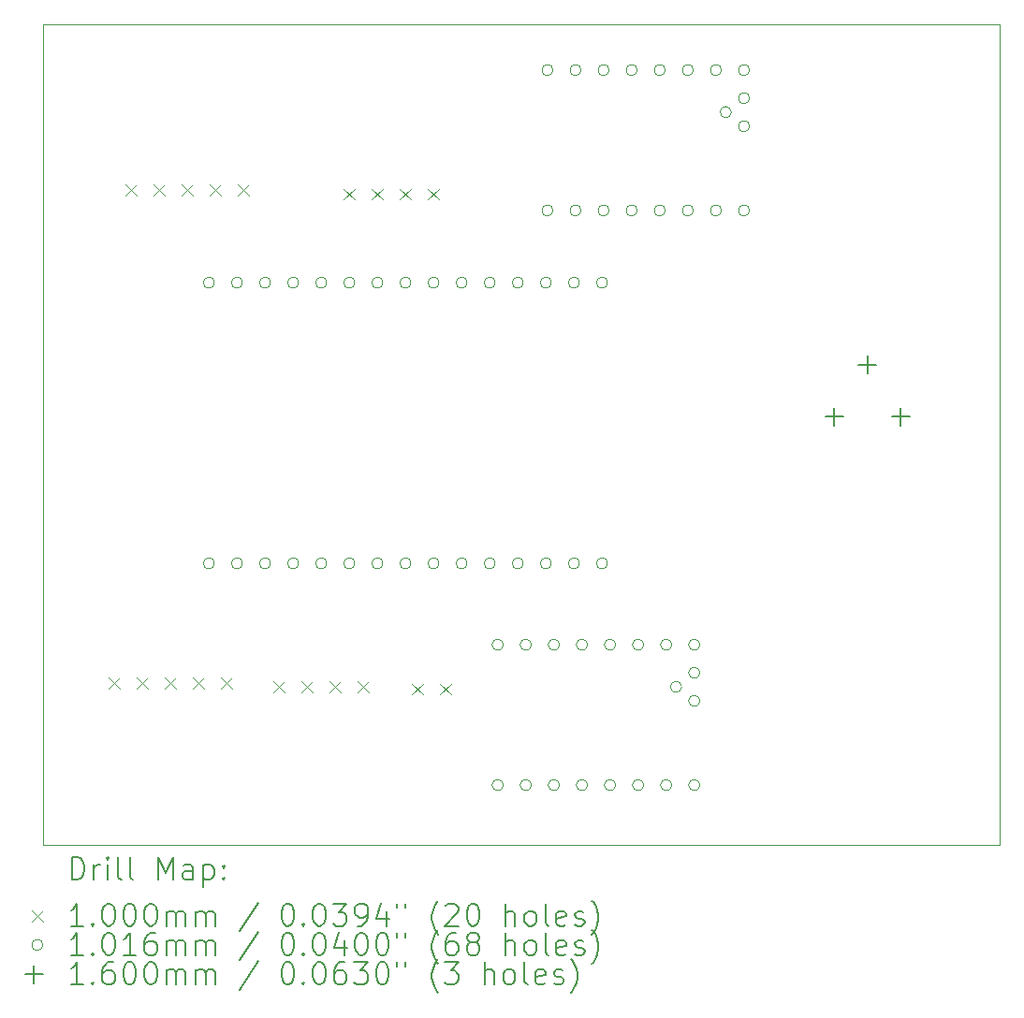
<source format=gbr>
%TF.GenerationSoftware,KiCad,Pcbnew,8.0.8-8.0.8-0~ubuntu20.04.1*%
%TF.CreationDate,2025-01-23T22:30:17-05:00*%
%TF.ProjectId,sub_pcb,7375625f-7063-4622-9e6b-696361645f70,rev?*%
%TF.SameCoordinates,Original*%
%TF.FileFunction,Drillmap*%
%TF.FilePolarity,Positive*%
%FSLAX45Y45*%
G04 Gerber Fmt 4.5, Leading zero omitted, Abs format (unit mm)*
G04 Created by KiCad (PCBNEW 8.0.8-8.0.8-0~ubuntu20.04.1) date 2025-01-23 22:30:17*
%MOMM*%
%LPD*%
G01*
G04 APERTURE LIST*
%ADD10C,0.050000*%
%ADD11C,0.200000*%
%ADD12C,0.100000*%
%ADD13C,0.101600*%
%ADD14C,0.160000*%
G04 APERTURE END LIST*
D10*
X7950000Y-2700000D02*
X8200000Y-2700000D01*
X7950000Y-10125000D02*
X7950000Y-2700000D01*
X16600000Y-10125000D02*
X7950000Y-10125000D01*
X16600000Y-2700000D02*
X16600000Y-10125000D01*
X8200000Y-2700000D02*
X16600000Y-2700000D01*
D11*
D12*
X8541500Y-8612500D02*
X8641500Y-8712500D01*
X8641500Y-8612500D02*
X8541500Y-8712500D01*
X8696000Y-4150000D02*
X8796000Y-4250000D01*
X8796000Y-4150000D02*
X8696000Y-4250000D01*
X8795500Y-8612500D02*
X8895500Y-8712500D01*
X8895500Y-8612500D02*
X8795500Y-8712500D01*
X8950000Y-4150000D02*
X9050000Y-4250000D01*
X9050000Y-4150000D02*
X8950000Y-4250000D01*
X9049500Y-8612500D02*
X9149500Y-8712500D01*
X9149500Y-8612500D02*
X9049500Y-8712500D01*
X9204000Y-4150000D02*
X9304000Y-4250000D01*
X9304000Y-4150000D02*
X9204000Y-4250000D01*
X9303500Y-8612500D02*
X9403500Y-8712500D01*
X9403500Y-8612500D02*
X9303500Y-8712500D01*
X9458000Y-4150000D02*
X9558000Y-4250000D01*
X9558000Y-4150000D02*
X9458000Y-4250000D01*
X9557500Y-8612500D02*
X9657500Y-8712500D01*
X9657500Y-8612500D02*
X9557500Y-8712500D01*
X9712000Y-4150000D02*
X9812000Y-4250000D01*
X9812000Y-4150000D02*
X9712000Y-4250000D01*
X10035000Y-8644500D02*
X10135000Y-8744500D01*
X10135000Y-8644500D02*
X10035000Y-8744500D01*
X10289000Y-8644500D02*
X10389000Y-8744500D01*
X10389000Y-8644500D02*
X10289000Y-8744500D01*
X10543000Y-8644500D02*
X10643000Y-8744500D01*
X10643000Y-8644500D02*
X10543000Y-8744500D01*
X10670000Y-4187500D02*
X10770000Y-4287500D01*
X10770000Y-4187500D02*
X10670000Y-4287500D01*
X10797000Y-8644500D02*
X10897000Y-8744500D01*
X10897000Y-8644500D02*
X10797000Y-8744500D01*
X10924000Y-4187500D02*
X11024000Y-4287500D01*
X11024000Y-4187500D02*
X10924000Y-4287500D01*
X11178000Y-4187500D02*
X11278000Y-4287500D01*
X11278000Y-4187500D02*
X11178000Y-4287500D01*
X11285000Y-8667000D02*
X11385000Y-8767000D01*
X11385000Y-8667000D02*
X11285000Y-8767000D01*
X11432000Y-4187500D02*
X11532000Y-4287500D01*
X11532000Y-4187500D02*
X11432000Y-4287500D01*
X11539000Y-8667000D02*
X11639000Y-8767000D01*
X11639000Y-8667000D02*
X11539000Y-8767000D01*
D13*
X9499000Y-5038700D02*
G75*
G02*
X9397400Y-5038700I-50800J0D01*
G01*
X9397400Y-5038700D02*
G75*
G02*
X9499000Y-5038700I50800J0D01*
G01*
X9499000Y-7578700D02*
G75*
G02*
X9397400Y-7578700I-50800J0D01*
G01*
X9397400Y-7578700D02*
G75*
G02*
X9499000Y-7578700I50800J0D01*
G01*
X9753000Y-5038700D02*
G75*
G02*
X9651400Y-5038700I-50800J0D01*
G01*
X9651400Y-5038700D02*
G75*
G02*
X9753000Y-5038700I50800J0D01*
G01*
X9753000Y-7578700D02*
G75*
G02*
X9651400Y-7578700I-50800J0D01*
G01*
X9651400Y-7578700D02*
G75*
G02*
X9753000Y-7578700I50800J0D01*
G01*
X10007000Y-5038700D02*
G75*
G02*
X9905400Y-5038700I-50800J0D01*
G01*
X9905400Y-5038700D02*
G75*
G02*
X10007000Y-5038700I50800J0D01*
G01*
X10007000Y-7578700D02*
G75*
G02*
X9905400Y-7578700I-50800J0D01*
G01*
X9905400Y-7578700D02*
G75*
G02*
X10007000Y-7578700I50800J0D01*
G01*
X10261000Y-5038700D02*
G75*
G02*
X10159400Y-5038700I-50800J0D01*
G01*
X10159400Y-5038700D02*
G75*
G02*
X10261000Y-5038700I50800J0D01*
G01*
X10261000Y-7578700D02*
G75*
G02*
X10159400Y-7578700I-50800J0D01*
G01*
X10159400Y-7578700D02*
G75*
G02*
X10261000Y-7578700I50800J0D01*
G01*
X10515000Y-5038700D02*
G75*
G02*
X10413400Y-5038700I-50800J0D01*
G01*
X10413400Y-5038700D02*
G75*
G02*
X10515000Y-5038700I50800J0D01*
G01*
X10515000Y-7578700D02*
G75*
G02*
X10413400Y-7578700I-50800J0D01*
G01*
X10413400Y-7578700D02*
G75*
G02*
X10515000Y-7578700I50800J0D01*
G01*
X10769000Y-5038700D02*
G75*
G02*
X10667400Y-5038700I-50800J0D01*
G01*
X10667400Y-5038700D02*
G75*
G02*
X10769000Y-5038700I50800J0D01*
G01*
X10769000Y-7578700D02*
G75*
G02*
X10667400Y-7578700I-50800J0D01*
G01*
X10667400Y-7578700D02*
G75*
G02*
X10769000Y-7578700I50800J0D01*
G01*
X11023000Y-5038700D02*
G75*
G02*
X10921400Y-5038700I-50800J0D01*
G01*
X10921400Y-5038700D02*
G75*
G02*
X11023000Y-5038700I50800J0D01*
G01*
X11023000Y-7578700D02*
G75*
G02*
X10921400Y-7578700I-50800J0D01*
G01*
X10921400Y-7578700D02*
G75*
G02*
X11023000Y-7578700I50800J0D01*
G01*
X11277000Y-5038700D02*
G75*
G02*
X11175400Y-5038700I-50800J0D01*
G01*
X11175400Y-5038700D02*
G75*
G02*
X11277000Y-5038700I50800J0D01*
G01*
X11277000Y-7578700D02*
G75*
G02*
X11175400Y-7578700I-50800J0D01*
G01*
X11175400Y-7578700D02*
G75*
G02*
X11277000Y-7578700I50800J0D01*
G01*
X11531000Y-5038700D02*
G75*
G02*
X11429400Y-5038700I-50800J0D01*
G01*
X11429400Y-5038700D02*
G75*
G02*
X11531000Y-5038700I50800J0D01*
G01*
X11531000Y-7578700D02*
G75*
G02*
X11429400Y-7578700I-50800J0D01*
G01*
X11429400Y-7578700D02*
G75*
G02*
X11531000Y-7578700I50800J0D01*
G01*
X11785000Y-5038700D02*
G75*
G02*
X11683400Y-5038700I-50800J0D01*
G01*
X11683400Y-5038700D02*
G75*
G02*
X11785000Y-5038700I50800J0D01*
G01*
X11785000Y-7578700D02*
G75*
G02*
X11683400Y-7578700I-50800J0D01*
G01*
X11683400Y-7578700D02*
G75*
G02*
X11785000Y-7578700I50800J0D01*
G01*
X12039000Y-5038700D02*
G75*
G02*
X11937400Y-5038700I-50800J0D01*
G01*
X11937400Y-5038700D02*
G75*
G02*
X12039000Y-5038700I50800J0D01*
G01*
X12039000Y-7578700D02*
G75*
G02*
X11937400Y-7578700I-50800J0D01*
G01*
X11937400Y-7578700D02*
G75*
G02*
X12039000Y-7578700I50800J0D01*
G01*
X12111800Y-8315000D02*
G75*
G02*
X12010200Y-8315000I-50800J0D01*
G01*
X12010200Y-8315000D02*
G75*
G02*
X12111800Y-8315000I50800J0D01*
G01*
X12111800Y-9585000D02*
G75*
G02*
X12010200Y-9585000I-50800J0D01*
G01*
X12010200Y-9585000D02*
G75*
G02*
X12111800Y-9585000I50800J0D01*
G01*
X12293000Y-5038700D02*
G75*
G02*
X12191400Y-5038700I-50800J0D01*
G01*
X12191400Y-5038700D02*
G75*
G02*
X12293000Y-5038700I50800J0D01*
G01*
X12293000Y-7578700D02*
G75*
G02*
X12191400Y-7578700I-50800J0D01*
G01*
X12191400Y-7578700D02*
G75*
G02*
X12293000Y-7578700I50800J0D01*
G01*
X12365800Y-8315000D02*
G75*
G02*
X12264200Y-8315000I-50800J0D01*
G01*
X12264200Y-8315000D02*
G75*
G02*
X12365800Y-8315000I50800J0D01*
G01*
X12365800Y-9585000D02*
G75*
G02*
X12264200Y-9585000I-50800J0D01*
G01*
X12264200Y-9585000D02*
G75*
G02*
X12365800Y-9585000I50800J0D01*
G01*
X12547000Y-5038700D02*
G75*
G02*
X12445400Y-5038700I-50800J0D01*
G01*
X12445400Y-5038700D02*
G75*
G02*
X12547000Y-5038700I50800J0D01*
G01*
X12547000Y-7578700D02*
G75*
G02*
X12445400Y-7578700I-50800J0D01*
G01*
X12445400Y-7578700D02*
G75*
G02*
X12547000Y-7578700I50800J0D01*
G01*
X12561800Y-3115000D02*
G75*
G02*
X12460200Y-3115000I-50800J0D01*
G01*
X12460200Y-3115000D02*
G75*
G02*
X12561800Y-3115000I50800J0D01*
G01*
X12561800Y-4385000D02*
G75*
G02*
X12460200Y-4385000I-50800J0D01*
G01*
X12460200Y-4385000D02*
G75*
G02*
X12561800Y-4385000I50800J0D01*
G01*
X12619800Y-8315000D02*
G75*
G02*
X12518200Y-8315000I-50800J0D01*
G01*
X12518200Y-8315000D02*
G75*
G02*
X12619800Y-8315000I50800J0D01*
G01*
X12619800Y-9585000D02*
G75*
G02*
X12518200Y-9585000I-50800J0D01*
G01*
X12518200Y-9585000D02*
G75*
G02*
X12619800Y-9585000I50800J0D01*
G01*
X12801000Y-5038700D02*
G75*
G02*
X12699400Y-5038700I-50800J0D01*
G01*
X12699400Y-5038700D02*
G75*
G02*
X12801000Y-5038700I50800J0D01*
G01*
X12801000Y-7578700D02*
G75*
G02*
X12699400Y-7578700I-50800J0D01*
G01*
X12699400Y-7578700D02*
G75*
G02*
X12801000Y-7578700I50800J0D01*
G01*
X12815800Y-3115000D02*
G75*
G02*
X12714200Y-3115000I-50800J0D01*
G01*
X12714200Y-3115000D02*
G75*
G02*
X12815800Y-3115000I50800J0D01*
G01*
X12815800Y-4385000D02*
G75*
G02*
X12714200Y-4385000I-50800J0D01*
G01*
X12714200Y-4385000D02*
G75*
G02*
X12815800Y-4385000I50800J0D01*
G01*
X12873800Y-8315000D02*
G75*
G02*
X12772200Y-8315000I-50800J0D01*
G01*
X12772200Y-8315000D02*
G75*
G02*
X12873800Y-8315000I50800J0D01*
G01*
X12873800Y-9585000D02*
G75*
G02*
X12772200Y-9585000I-50800J0D01*
G01*
X12772200Y-9585000D02*
G75*
G02*
X12873800Y-9585000I50800J0D01*
G01*
X13055000Y-5038700D02*
G75*
G02*
X12953400Y-5038700I-50800J0D01*
G01*
X12953400Y-5038700D02*
G75*
G02*
X13055000Y-5038700I50800J0D01*
G01*
X13055000Y-7578700D02*
G75*
G02*
X12953400Y-7578700I-50800J0D01*
G01*
X12953400Y-7578700D02*
G75*
G02*
X13055000Y-7578700I50800J0D01*
G01*
X13069800Y-3115000D02*
G75*
G02*
X12968200Y-3115000I-50800J0D01*
G01*
X12968200Y-3115000D02*
G75*
G02*
X13069800Y-3115000I50800J0D01*
G01*
X13069800Y-4385000D02*
G75*
G02*
X12968200Y-4385000I-50800J0D01*
G01*
X12968200Y-4385000D02*
G75*
G02*
X13069800Y-4385000I50800J0D01*
G01*
X13127800Y-8315000D02*
G75*
G02*
X13026200Y-8315000I-50800J0D01*
G01*
X13026200Y-8315000D02*
G75*
G02*
X13127800Y-8315000I50800J0D01*
G01*
X13127800Y-9585000D02*
G75*
G02*
X13026200Y-9585000I-50800J0D01*
G01*
X13026200Y-9585000D02*
G75*
G02*
X13127800Y-9585000I50800J0D01*
G01*
X13323800Y-3115000D02*
G75*
G02*
X13222200Y-3115000I-50800J0D01*
G01*
X13222200Y-3115000D02*
G75*
G02*
X13323800Y-3115000I50800J0D01*
G01*
X13323800Y-4385000D02*
G75*
G02*
X13222200Y-4385000I-50800J0D01*
G01*
X13222200Y-4385000D02*
G75*
G02*
X13323800Y-4385000I50800J0D01*
G01*
X13381800Y-8315000D02*
G75*
G02*
X13280200Y-8315000I-50800J0D01*
G01*
X13280200Y-8315000D02*
G75*
G02*
X13381800Y-8315000I50800J0D01*
G01*
X13381800Y-9585000D02*
G75*
G02*
X13280200Y-9585000I-50800J0D01*
G01*
X13280200Y-9585000D02*
G75*
G02*
X13381800Y-9585000I50800J0D01*
G01*
X13577800Y-3115000D02*
G75*
G02*
X13476200Y-3115000I-50800J0D01*
G01*
X13476200Y-3115000D02*
G75*
G02*
X13577800Y-3115000I50800J0D01*
G01*
X13577800Y-4385000D02*
G75*
G02*
X13476200Y-4385000I-50800J0D01*
G01*
X13476200Y-4385000D02*
G75*
G02*
X13577800Y-4385000I50800J0D01*
G01*
X13635800Y-8315000D02*
G75*
G02*
X13534200Y-8315000I-50800J0D01*
G01*
X13534200Y-8315000D02*
G75*
G02*
X13635800Y-8315000I50800J0D01*
G01*
X13635800Y-9585000D02*
G75*
G02*
X13534200Y-9585000I-50800J0D01*
G01*
X13534200Y-9585000D02*
G75*
G02*
X13635800Y-9585000I50800J0D01*
G01*
X13724700Y-8696000D02*
G75*
G02*
X13623100Y-8696000I-50800J0D01*
G01*
X13623100Y-8696000D02*
G75*
G02*
X13724700Y-8696000I50800J0D01*
G01*
X13831800Y-3115000D02*
G75*
G02*
X13730200Y-3115000I-50800J0D01*
G01*
X13730200Y-3115000D02*
G75*
G02*
X13831800Y-3115000I50800J0D01*
G01*
X13831800Y-4385000D02*
G75*
G02*
X13730200Y-4385000I-50800J0D01*
G01*
X13730200Y-4385000D02*
G75*
G02*
X13831800Y-4385000I50800J0D01*
G01*
X13889800Y-8315000D02*
G75*
G02*
X13788200Y-8315000I-50800J0D01*
G01*
X13788200Y-8315000D02*
G75*
G02*
X13889800Y-8315000I50800J0D01*
G01*
X13889800Y-8569000D02*
G75*
G02*
X13788200Y-8569000I-50800J0D01*
G01*
X13788200Y-8569000D02*
G75*
G02*
X13889800Y-8569000I50800J0D01*
G01*
X13889800Y-8823000D02*
G75*
G02*
X13788200Y-8823000I-50800J0D01*
G01*
X13788200Y-8823000D02*
G75*
G02*
X13889800Y-8823000I50800J0D01*
G01*
X13889800Y-9585000D02*
G75*
G02*
X13788200Y-9585000I-50800J0D01*
G01*
X13788200Y-9585000D02*
G75*
G02*
X13889800Y-9585000I50800J0D01*
G01*
X14085800Y-3115000D02*
G75*
G02*
X13984200Y-3115000I-50800J0D01*
G01*
X13984200Y-3115000D02*
G75*
G02*
X14085800Y-3115000I50800J0D01*
G01*
X14085800Y-4385000D02*
G75*
G02*
X13984200Y-4385000I-50800J0D01*
G01*
X13984200Y-4385000D02*
G75*
G02*
X14085800Y-4385000I50800J0D01*
G01*
X14174700Y-3496000D02*
G75*
G02*
X14073100Y-3496000I-50800J0D01*
G01*
X14073100Y-3496000D02*
G75*
G02*
X14174700Y-3496000I50800J0D01*
G01*
X14339800Y-3115000D02*
G75*
G02*
X14238200Y-3115000I-50800J0D01*
G01*
X14238200Y-3115000D02*
G75*
G02*
X14339800Y-3115000I50800J0D01*
G01*
X14339800Y-3369000D02*
G75*
G02*
X14238200Y-3369000I-50800J0D01*
G01*
X14238200Y-3369000D02*
G75*
G02*
X14339800Y-3369000I50800J0D01*
G01*
X14339800Y-3623000D02*
G75*
G02*
X14238200Y-3623000I-50800J0D01*
G01*
X14238200Y-3623000D02*
G75*
G02*
X14339800Y-3623000I50800J0D01*
G01*
X14339800Y-4385000D02*
G75*
G02*
X14238200Y-4385000I-50800J0D01*
G01*
X14238200Y-4385000D02*
G75*
G02*
X14339800Y-4385000I50800J0D01*
G01*
D14*
X15105000Y-6169000D02*
X15105000Y-6329000D01*
X15025000Y-6249000D02*
X15185000Y-6249000D01*
X15405000Y-5699000D02*
X15405000Y-5859000D01*
X15325000Y-5779000D02*
X15485000Y-5779000D01*
X15705000Y-6169000D02*
X15705000Y-6329000D01*
X15625000Y-6249000D02*
X15785000Y-6249000D01*
D11*
X8208277Y-10438984D02*
X8208277Y-10238984D01*
X8208277Y-10238984D02*
X8255896Y-10238984D01*
X8255896Y-10238984D02*
X8284467Y-10248508D01*
X8284467Y-10248508D02*
X8303515Y-10267555D01*
X8303515Y-10267555D02*
X8313039Y-10286603D01*
X8313039Y-10286603D02*
X8322562Y-10324698D01*
X8322562Y-10324698D02*
X8322562Y-10353270D01*
X8322562Y-10353270D02*
X8313039Y-10391365D01*
X8313039Y-10391365D02*
X8303515Y-10410412D01*
X8303515Y-10410412D02*
X8284467Y-10429460D01*
X8284467Y-10429460D02*
X8255896Y-10438984D01*
X8255896Y-10438984D02*
X8208277Y-10438984D01*
X8408277Y-10438984D02*
X8408277Y-10305650D01*
X8408277Y-10343746D02*
X8417801Y-10324698D01*
X8417801Y-10324698D02*
X8427324Y-10315174D01*
X8427324Y-10315174D02*
X8446372Y-10305650D01*
X8446372Y-10305650D02*
X8465420Y-10305650D01*
X8532086Y-10438984D02*
X8532086Y-10305650D01*
X8532086Y-10238984D02*
X8522563Y-10248508D01*
X8522563Y-10248508D02*
X8532086Y-10258031D01*
X8532086Y-10258031D02*
X8541610Y-10248508D01*
X8541610Y-10248508D02*
X8532086Y-10238984D01*
X8532086Y-10238984D02*
X8532086Y-10258031D01*
X8655896Y-10438984D02*
X8636848Y-10429460D01*
X8636848Y-10429460D02*
X8627324Y-10410412D01*
X8627324Y-10410412D02*
X8627324Y-10238984D01*
X8760658Y-10438984D02*
X8741610Y-10429460D01*
X8741610Y-10429460D02*
X8732086Y-10410412D01*
X8732086Y-10410412D02*
X8732086Y-10238984D01*
X8989229Y-10438984D02*
X8989229Y-10238984D01*
X8989229Y-10238984D02*
X9055896Y-10381841D01*
X9055896Y-10381841D02*
X9122563Y-10238984D01*
X9122563Y-10238984D02*
X9122563Y-10438984D01*
X9303515Y-10438984D02*
X9303515Y-10334222D01*
X9303515Y-10334222D02*
X9293991Y-10315174D01*
X9293991Y-10315174D02*
X9274944Y-10305650D01*
X9274944Y-10305650D02*
X9236848Y-10305650D01*
X9236848Y-10305650D02*
X9217801Y-10315174D01*
X9303515Y-10429460D02*
X9284467Y-10438984D01*
X9284467Y-10438984D02*
X9236848Y-10438984D01*
X9236848Y-10438984D02*
X9217801Y-10429460D01*
X9217801Y-10429460D02*
X9208277Y-10410412D01*
X9208277Y-10410412D02*
X9208277Y-10391365D01*
X9208277Y-10391365D02*
X9217801Y-10372317D01*
X9217801Y-10372317D02*
X9236848Y-10362793D01*
X9236848Y-10362793D02*
X9284467Y-10362793D01*
X9284467Y-10362793D02*
X9303515Y-10353270D01*
X9398753Y-10305650D02*
X9398753Y-10505650D01*
X9398753Y-10315174D02*
X9417801Y-10305650D01*
X9417801Y-10305650D02*
X9455896Y-10305650D01*
X9455896Y-10305650D02*
X9474944Y-10315174D01*
X9474944Y-10315174D02*
X9484467Y-10324698D01*
X9484467Y-10324698D02*
X9493991Y-10343746D01*
X9493991Y-10343746D02*
X9493991Y-10400889D01*
X9493991Y-10400889D02*
X9484467Y-10419936D01*
X9484467Y-10419936D02*
X9474944Y-10429460D01*
X9474944Y-10429460D02*
X9455896Y-10438984D01*
X9455896Y-10438984D02*
X9417801Y-10438984D01*
X9417801Y-10438984D02*
X9398753Y-10429460D01*
X9579705Y-10419936D02*
X9589229Y-10429460D01*
X9589229Y-10429460D02*
X9579705Y-10438984D01*
X9579705Y-10438984D02*
X9570182Y-10429460D01*
X9570182Y-10429460D02*
X9579705Y-10419936D01*
X9579705Y-10419936D02*
X9579705Y-10438984D01*
X9579705Y-10315174D02*
X9589229Y-10324698D01*
X9589229Y-10324698D02*
X9579705Y-10334222D01*
X9579705Y-10334222D02*
X9570182Y-10324698D01*
X9570182Y-10324698D02*
X9579705Y-10315174D01*
X9579705Y-10315174D02*
X9579705Y-10334222D01*
D12*
X7847500Y-10717500D02*
X7947500Y-10817500D01*
X7947500Y-10717500D02*
X7847500Y-10817500D01*
D11*
X8313039Y-10858984D02*
X8198753Y-10858984D01*
X8255896Y-10858984D02*
X8255896Y-10658984D01*
X8255896Y-10658984D02*
X8236848Y-10687555D01*
X8236848Y-10687555D02*
X8217801Y-10706603D01*
X8217801Y-10706603D02*
X8198753Y-10716127D01*
X8398753Y-10839936D02*
X8408277Y-10849460D01*
X8408277Y-10849460D02*
X8398753Y-10858984D01*
X8398753Y-10858984D02*
X8389229Y-10849460D01*
X8389229Y-10849460D02*
X8398753Y-10839936D01*
X8398753Y-10839936D02*
X8398753Y-10858984D01*
X8532086Y-10658984D02*
X8551134Y-10658984D01*
X8551134Y-10658984D02*
X8570182Y-10668508D01*
X8570182Y-10668508D02*
X8579705Y-10678031D01*
X8579705Y-10678031D02*
X8589229Y-10697079D01*
X8589229Y-10697079D02*
X8598753Y-10735174D01*
X8598753Y-10735174D02*
X8598753Y-10782793D01*
X8598753Y-10782793D02*
X8589229Y-10820889D01*
X8589229Y-10820889D02*
X8579705Y-10839936D01*
X8579705Y-10839936D02*
X8570182Y-10849460D01*
X8570182Y-10849460D02*
X8551134Y-10858984D01*
X8551134Y-10858984D02*
X8532086Y-10858984D01*
X8532086Y-10858984D02*
X8513039Y-10849460D01*
X8513039Y-10849460D02*
X8503515Y-10839936D01*
X8503515Y-10839936D02*
X8493991Y-10820889D01*
X8493991Y-10820889D02*
X8484467Y-10782793D01*
X8484467Y-10782793D02*
X8484467Y-10735174D01*
X8484467Y-10735174D02*
X8493991Y-10697079D01*
X8493991Y-10697079D02*
X8503515Y-10678031D01*
X8503515Y-10678031D02*
X8513039Y-10668508D01*
X8513039Y-10668508D02*
X8532086Y-10658984D01*
X8722563Y-10658984D02*
X8741610Y-10658984D01*
X8741610Y-10658984D02*
X8760658Y-10668508D01*
X8760658Y-10668508D02*
X8770182Y-10678031D01*
X8770182Y-10678031D02*
X8779705Y-10697079D01*
X8779705Y-10697079D02*
X8789229Y-10735174D01*
X8789229Y-10735174D02*
X8789229Y-10782793D01*
X8789229Y-10782793D02*
X8779705Y-10820889D01*
X8779705Y-10820889D02*
X8770182Y-10839936D01*
X8770182Y-10839936D02*
X8760658Y-10849460D01*
X8760658Y-10849460D02*
X8741610Y-10858984D01*
X8741610Y-10858984D02*
X8722563Y-10858984D01*
X8722563Y-10858984D02*
X8703515Y-10849460D01*
X8703515Y-10849460D02*
X8693991Y-10839936D01*
X8693991Y-10839936D02*
X8684467Y-10820889D01*
X8684467Y-10820889D02*
X8674944Y-10782793D01*
X8674944Y-10782793D02*
X8674944Y-10735174D01*
X8674944Y-10735174D02*
X8684467Y-10697079D01*
X8684467Y-10697079D02*
X8693991Y-10678031D01*
X8693991Y-10678031D02*
X8703515Y-10668508D01*
X8703515Y-10668508D02*
X8722563Y-10658984D01*
X8913039Y-10658984D02*
X8932086Y-10658984D01*
X8932086Y-10658984D02*
X8951134Y-10668508D01*
X8951134Y-10668508D02*
X8960658Y-10678031D01*
X8960658Y-10678031D02*
X8970182Y-10697079D01*
X8970182Y-10697079D02*
X8979705Y-10735174D01*
X8979705Y-10735174D02*
X8979705Y-10782793D01*
X8979705Y-10782793D02*
X8970182Y-10820889D01*
X8970182Y-10820889D02*
X8960658Y-10839936D01*
X8960658Y-10839936D02*
X8951134Y-10849460D01*
X8951134Y-10849460D02*
X8932086Y-10858984D01*
X8932086Y-10858984D02*
X8913039Y-10858984D01*
X8913039Y-10858984D02*
X8893991Y-10849460D01*
X8893991Y-10849460D02*
X8884467Y-10839936D01*
X8884467Y-10839936D02*
X8874944Y-10820889D01*
X8874944Y-10820889D02*
X8865420Y-10782793D01*
X8865420Y-10782793D02*
X8865420Y-10735174D01*
X8865420Y-10735174D02*
X8874944Y-10697079D01*
X8874944Y-10697079D02*
X8884467Y-10678031D01*
X8884467Y-10678031D02*
X8893991Y-10668508D01*
X8893991Y-10668508D02*
X8913039Y-10658984D01*
X9065420Y-10858984D02*
X9065420Y-10725650D01*
X9065420Y-10744698D02*
X9074944Y-10735174D01*
X9074944Y-10735174D02*
X9093991Y-10725650D01*
X9093991Y-10725650D02*
X9122563Y-10725650D01*
X9122563Y-10725650D02*
X9141610Y-10735174D01*
X9141610Y-10735174D02*
X9151134Y-10754222D01*
X9151134Y-10754222D02*
X9151134Y-10858984D01*
X9151134Y-10754222D02*
X9160658Y-10735174D01*
X9160658Y-10735174D02*
X9179705Y-10725650D01*
X9179705Y-10725650D02*
X9208277Y-10725650D01*
X9208277Y-10725650D02*
X9227325Y-10735174D01*
X9227325Y-10735174D02*
X9236848Y-10754222D01*
X9236848Y-10754222D02*
X9236848Y-10858984D01*
X9332086Y-10858984D02*
X9332086Y-10725650D01*
X9332086Y-10744698D02*
X9341610Y-10735174D01*
X9341610Y-10735174D02*
X9360658Y-10725650D01*
X9360658Y-10725650D02*
X9389229Y-10725650D01*
X9389229Y-10725650D02*
X9408277Y-10735174D01*
X9408277Y-10735174D02*
X9417801Y-10754222D01*
X9417801Y-10754222D02*
X9417801Y-10858984D01*
X9417801Y-10754222D02*
X9427325Y-10735174D01*
X9427325Y-10735174D02*
X9446372Y-10725650D01*
X9446372Y-10725650D02*
X9474944Y-10725650D01*
X9474944Y-10725650D02*
X9493991Y-10735174D01*
X9493991Y-10735174D02*
X9503515Y-10754222D01*
X9503515Y-10754222D02*
X9503515Y-10858984D01*
X9893991Y-10649460D02*
X9722563Y-10906603D01*
X10151134Y-10658984D02*
X10170182Y-10658984D01*
X10170182Y-10658984D02*
X10189229Y-10668508D01*
X10189229Y-10668508D02*
X10198753Y-10678031D01*
X10198753Y-10678031D02*
X10208277Y-10697079D01*
X10208277Y-10697079D02*
X10217801Y-10735174D01*
X10217801Y-10735174D02*
X10217801Y-10782793D01*
X10217801Y-10782793D02*
X10208277Y-10820889D01*
X10208277Y-10820889D02*
X10198753Y-10839936D01*
X10198753Y-10839936D02*
X10189229Y-10849460D01*
X10189229Y-10849460D02*
X10170182Y-10858984D01*
X10170182Y-10858984D02*
X10151134Y-10858984D01*
X10151134Y-10858984D02*
X10132087Y-10849460D01*
X10132087Y-10849460D02*
X10122563Y-10839936D01*
X10122563Y-10839936D02*
X10113039Y-10820889D01*
X10113039Y-10820889D02*
X10103515Y-10782793D01*
X10103515Y-10782793D02*
X10103515Y-10735174D01*
X10103515Y-10735174D02*
X10113039Y-10697079D01*
X10113039Y-10697079D02*
X10122563Y-10678031D01*
X10122563Y-10678031D02*
X10132087Y-10668508D01*
X10132087Y-10668508D02*
X10151134Y-10658984D01*
X10303515Y-10839936D02*
X10313039Y-10849460D01*
X10313039Y-10849460D02*
X10303515Y-10858984D01*
X10303515Y-10858984D02*
X10293991Y-10849460D01*
X10293991Y-10849460D02*
X10303515Y-10839936D01*
X10303515Y-10839936D02*
X10303515Y-10858984D01*
X10436848Y-10658984D02*
X10455896Y-10658984D01*
X10455896Y-10658984D02*
X10474944Y-10668508D01*
X10474944Y-10668508D02*
X10484468Y-10678031D01*
X10484468Y-10678031D02*
X10493991Y-10697079D01*
X10493991Y-10697079D02*
X10503515Y-10735174D01*
X10503515Y-10735174D02*
X10503515Y-10782793D01*
X10503515Y-10782793D02*
X10493991Y-10820889D01*
X10493991Y-10820889D02*
X10484468Y-10839936D01*
X10484468Y-10839936D02*
X10474944Y-10849460D01*
X10474944Y-10849460D02*
X10455896Y-10858984D01*
X10455896Y-10858984D02*
X10436848Y-10858984D01*
X10436848Y-10858984D02*
X10417801Y-10849460D01*
X10417801Y-10849460D02*
X10408277Y-10839936D01*
X10408277Y-10839936D02*
X10398753Y-10820889D01*
X10398753Y-10820889D02*
X10389229Y-10782793D01*
X10389229Y-10782793D02*
X10389229Y-10735174D01*
X10389229Y-10735174D02*
X10398753Y-10697079D01*
X10398753Y-10697079D02*
X10408277Y-10678031D01*
X10408277Y-10678031D02*
X10417801Y-10668508D01*
X10417801Y-10668508D02*
X10436848Y-10658984D01*
X10570182Y-10658984D02*
X10693991Y-10658984D01*
X10693991Y-10658984D02*
X10627325Y-10735174D01*
X10627325Y-10735174D02*
X10655896Y-10735174D01*
X10655896Y-10735174D02*
X10674944Y-10744698D01*
X10674944Y-10744698D02*
X10684468Y-10754222D01*
X10684468Y-10754222D02*
X10693991Y-10773270D01*
X10693991Y-10773270D02*
X10693991Y-10820889D01*
X10693991Y-10820889D02*
X10684468Y-10839936D01*
X10684468Y-10839936D02*
X10674944Y-10849460D01*
X10674944Y-10849460D02*
X10655896Y-10858984D01*
X10655896Y-10858984D02*
X10598753Y-10858984D01*
X10598753Y-10858984D02*
X10579706Y-10849460D01*
X10579706Y-10849460D02*
X10570182Y-10839936D01*
X10789229Y-10858984D02*
X10827325Y-10858984D01*
X10827325Y-10858984D02*
X10846372Y-10849460D01*
X10846372Y-10849460D02*
X10855896Y-10839936D01*
X10855896Y-10839936D02*
X10874944Y-10811365D01*
X10874944Y-10811365D02*
X10884468Y-10773270D01*
X10884468Y-10773270D02*
X10884468Y-10697079D01*
X10884468Y-10697079D02*
X10874944Y-10678031D01*
X10874944Y-10678031D02*
X10865420Y-10668508D01*
X10865420Y-10668508D02*
X10846372Y-10658984D01*
X10846372Y-10658984D02*
X10808277Y-10658984D01*
X10808277Y-10658984D02*
X10789229Y-10668508D01*
X10789229Y-10668508D02*
X10779706Y-10678031D01*
X10779706Y-10678031D02*
X10770182Y-10697079D01*
X10770182Y-10697079D02*
X10770182Y-10744698D01*
X10770182Y-10744698D02*
X10779706Y-10763746D01*
X10779706Y-10763746D02*
X10789229Y-10773270D01*
X10789229Y-10773270D02*
X10808277Y-10782793D01*
X10808277Y-10782793D02*
X10846372Y-10782793D01*
X10846372Y-10782793D02*
X10865420Y-10773270D01*
X10865420Y-10773270D02*
X10874944Y-10763746D01*
X10874944Y-10763746D02*
X10884468Y-10744698D01*
X11055896Y-10725650D02*
X11055896Y-10858984D01*
X11008277Y-10649460D02*
X10960658Y-10792317D01*
X10960658Y-10792317D02*
X11084468Y-10792317D01*
X11151134Y-10658984D02*
X11151134Y-10697079D01*
X11227325Y-10658984D02*
X11227325Y-10697079D01*
X11522563Y-10935174D02*
X11513039Y-10925650D01*
X11513039Y-10925650D02*
X11493991Y-10897079D01*
X11493991Y-10897079D02*
X11484468Y-10878031D01*
X11484468Y-10878031D02*
X11474944Y-10849460D01*
X11474944Y-10849460D02*
X11465420Y-10801841D01*
X11465420Y-10801841D02*
X11465420Y-10763746D01*
X11465420Y-10763746D02*
X11474944Y-10716127D01*
X11474944Y-10716127D02*
X11484468Y-10687555D01*
X11484468Y-10687555D02*
X11493991Y-10668508D01*
X11493991Y-10668508D02*
X11513039Y-10639936D01*
X11513039Y-10639936D02*
X11522563Y-10630412D01*
X11589229Y-10678031D02*
X11598753Y-10668508D01*
X11598753Y-10668508D02*
X11617801Y-10658984D01*
X11617801Y-10658984D02*
X11665420Y-10658984D01*
X11665420Y-10658984D02*
X11684468Y-10668508D01*
X11684468Y-10668508D02*
X11693991Y-10678031D01*
X11693991Y-10678031D02*
X11703515Y-10697079D01*
X11703515Y-10697079D02*
X11703515Y-10716127D01*
X11703515Y-10716127D02*
X11693991Y-10744698D01*
X11693991Y-10744698D02*
X11579706Y-10858984D01*
X11579706Y-10858984D02*
X11703515Y-10858984D01*
X11827325Y-10658984D02*
X11846372Y-10658984D01*
X11846372Y-10658984D02*
X11865420Y-10668508D01*
X11865420Y-10668508D02*
X11874944Y-10678031D01*
X11874944Y-10678031D02*
X11884468Y-10697079D01*
X11884468Y-10697079D02*
X11893991Y-10735174D01*
X11893991Y-10735174D02*
X11893991Y-10782793D01*
X11893991Y-10782793D02*
X11884468Y-10820889D01*
X11884468Y-10820889D02*
X11874944Y-10839936D01*
X11874944Y-10839936D02*
X11865420Y-10849460D01*
X11865420Y-10849460D02*
X11846372Y-10858984D01*
X11846372Y-10858984D02*
X11827325Y-10858984D01*
X11827325Y-10858984D02*
X11808277Y-10849460D01*
X11808277Y-10849460D02*
X11798753Y-10839936D01*
X11798753Y-10839936D02*
X11789229Y-10820889D01*
X11789229Y-10820889D02*
X11779706Y-10782793D01*
X11779706Y-10782793D02*
X11779706Y-10735174D01*
X11779706Y-10735174D02*
X11789229Y-10697079D01*
X11789229Y-10697079D02*
X11798753Y-10678031D01*
X11798753Y-10678031D02*
X11808277Y-10668508D01*
X11808277Y-10668508D02*
X11827325Y-10658984D01*
X12132087Y-10858984D02*
X12132087Y-10658984D01*
X12217801Y-10858984D02*
X12217801Y-10754222D01*
X12217801Y-10754222D02*
X12208277Y-10735174D01*
X12208277Y-10735174D02*
X12189230Y-10725650D01*
X12189230Y-10725650D02*
X12160658Y-10725650D01*
X12160658Y-10725650D02*
X12141610Y-10735174D01*
X12141610Y-10735174D02*
X12132087Y-10744698D01*
X12341610Y-10858984D02*
X12322563Y-10849460D01*
X12322563Y-10849460D02*
X12313039Y-10839936D01*
X12313039Y-10839936D02*
X12303515Y-10820889D01*
X12303515Y-10820889D02*
X12303515Y-10763746D01*
X12303515Y-10763746D02*
X12313039Y-10744698D01*
X12313039Y-10744698D02*
X12322563Y-10735174D01*
X12322563Y-10735174D02*
X12341610Y-10725650D01*
X12341610Y-10725650D02*
X12370182Y-10725650D01*
X12370182Y-10725650D02*
X12389230Y-10735174D01*
X12389230Y-10735174D02*
X12398753Y-10744698D01*
X12398753Y-10744698D02*
X12408277Y-10763746D01*
X12408277Y-10763746D02*
X12408277Y-10820889D01*
X12408277Y-10820889D02*
X12398753Y-10839936D01*
X12398753Y-10839936D02*
X12389230Y-10849460D01*
X12389230Y-10849460D02*
X12370182Y-10858984D01*
X12370182Y-10858984D02*
X12341610Y-10858984D01*
X12522563Y-10858984D02*
X12503515Y-10849460D01*
X12503515Y-10849460D02*
X12493991Y-10830412D01*
X12493991Y-10830412D02*
X12493991Y-10658984D01*
X12674944Y-10849460D02*
X12655896Y-10858984D01*
X12655896Y-10858984D02*
X12617801Y-10858984D01*
X12617801Y-10858984D02*
X12598753Y-10849460D01*
X12598753Y-10849460D02*
X12589230Y-10830412D01*
X12589230Y-10830412D02*
X12589230Y-10754222D01*
X12589230Y-10754222D02*
X12598753Y-10735174D01*
X12598753Y-10735174D02*
X12617801Y-10725650D01*
X12617801Y-10725650D02*
X12655896Y-10725650D01*
X12655896Y-10725650D02*
X12674944Y-10735174D01*
X12674944Y-10735174D02*
X12684468Y-10754222D01*
X12684468Y-10754222D02*
X12684468Y-10773270D01*
X12684468Y-10773270D02*
X12589230Y-10792317D01*
X12760658Y-10849460D02*
X12779706Y-10858984D01*
X12779706Y-10858984D02*
X12817801Y-10858984D01*
X12817801Y-10858984D02*
X12836849Y-10849460D01*
X12836849Y-10849460D02*
X12846372Y-10830412D01*
X12846372Y-10830412D02*
X12846372Y-10820889D01*
X12846372Y-10820889D02*
X12836849Y-10801841D01*
X12836849Y-10801841D02*
X12817801Y-10792317D01*
X12817801Y-10792317D02*
X12789230Y-10792317D01*
X12789230Y-10792317D02*
X12770182Y-10782793D01*
X12770182Y-10782793D02*
X12760658Y-10763746D01*
X12760658Y-10763746D02*
X12760658Y-10754222D01*
X12760658Y-10754222D02*
X12770182Y-10735174D01*
X12770182Y-10735174D02*
X12789230Y-10725650D01*
X12789230Y-10725650D02*
X12817801Y-10725650D01*
X12817801Y-10725650D02*
X12836849Y-10735174D01*
X12913039Y-10935174D02*
X12922563Y-10925650D01*
X12922563Y-10925650D02*
X12941611Y-10897079D01*
X12941611Y-10897079D02*
X12951134Y-10878031D01*
X12951134Y-10878031D02*
X12960658Y-10849460D01*
X12960658Y-10849460D02*
X12970182Y-10801841D01*
X12970182Y-10801841D02*
X12970182Y-10763746D01*
X12970182Y-10763746D02*
X12960658Y-10716127D01*
X12960658Y-10716127D02*
X12951134Y-10687555D01*
X12951134Y-10687555D02*
X12941611Y-10668508D01*
X12941611Y-10668508D02*
X12922563Y-10639936D01*
X12922563Y-10639936D02*
X12913039Y-10630412D01*
D13*
X7947500Y-11031500D02*
G75*
G02*
X7845900Y-11031500I-50800J0D01*
G01*
X7845900Y-11031500D02*
G75*
G02*
X7947500Y-11031500I50800J0D01*
G01*
D11*
X8313039Y-11122984D02*
X8198753Y-11122984D01*
X8255896Y-11122984D02*
X8255896Y-10922984D01*
X8255896Y-10922984D02*
X8236848Y-10951555D01*
X8236848Y-10951555D02*
X8217801Y-10970603D01*
X8217801Y-10970603D02*
X8198753Y-10980127D01*
X8398753Y-11103936D02*
X8408277Y-11113460D01*
X8408277Y-11113460D02*
X8398753Y-11122984D01*
X8398753Y-11122984D02*
X8389229Y-11113460D01*
X8389229Y-11113460D02*
X8398753Y-11103936D01*
X8398753Y-11103936D02*
X8398753Y-11122984D01*
X8532086Y-10922984D02*
X8551134Y-10922984D01*
X8551134Y-10922984D02*
X8570182Y-10932508D01*
X8570182Y-10932508D02*
X8579705Y-10942031D01*
X8579705Y-10942031D02*
X8589229Y-10961079D01*
X8589229Y-10961079D02*
X8598753Y-10999174D01*
X8598753Y-10999174D02*
X8598753Y-11046793D01*
X8598753Y-11046793D02*
X8589229Y-11084889D01*
X8589229Y-11084889D02*
X8579705Y-11103936D01*
X8579705Y-11103936D02*
X8570182Y-11113460D01*
X8570182Y-11113460D02*
X8551134Y-11122984D01*
X8551134Y-11122984D02*
X8532086Y-11122984D01*
X8532086Y-11122984D02*
X8513039Y-11113460D01*
X8513039Y-11113460D02*
X8503515Y-11103936D01*
X8503515Y-11103936D02*
X8493991Y-11084889D01*
X8493991Y-11084889D02*
X8484467Y-11046793D01*
X8484467Y-11046793D02*
X8484467Y-10999174D01*
X8484467Y-10999174D02*
X8493991Y-10961079D01*
X8493991Y-10961079D02*
X8503515Y-10942031D01*
X8503515Y-10942031D02*
X8513039Y-10932508D01*
X8513039Y-10932508D02*
X8532086Y-10922984D01*
X8789229Y-11122984D02*
X8674944Y-11122984D01*
X8732086Y-11122984D02*
X8732086Y-10922984D01*
X8732086Y-10922984D02*
X8713039Y-10951555D01*
X8713039Y-10951555D02*
X8693991Y-10970603D01*
X8693991Y-10970603D02*
X8674944Y-10980127D01*
X8960658Y-10922984D02*
X8922563Y-10922984D01*
X8922563Y-10922984D02*
X8903515Y-10932508D01*
X8903515Y-10932508D02*
X8893991Y-10942031D01*
X8893991Y-10942031D02*
X8874944Y-10970603D01*
X8874944Y-10970603D02*
X8865420Y-11008698D01*
X8865420Y-11008698D02*
X8865420Y-11084889D01*
X8865420Y-11084889D02*
X8874944Y-11103936D01*
X8874944Y-11103936D02*
X8884467Y-11113460D01*
X8884467Y-11113460D02*
X8903515Y-11122984D01*
X8903515Y-11122984D02*
X8941610Y-11122984D01*
X8941610Y-11122984D02*
X8960658Y-11113460D01*
X8960658Y-11113460D02*
X8970182Y-11103936D01*
X8970182Y-11103936D02*
X8979705Y-11084889D01*
X8979705Y-11084889D02*
X8979705Y-11037270D01*
X8979705Y-11037270D02*
X8970182Y-11018222D01*
X8970182Y-11018222D02*
X8960658Y-11008698D01*
X8960658Y-11008698D02*
X8941610Y-10999174D01*
X8941610Y-10999174D02*
X8903515Y-10999174D01*
X8903515Y-10999174D02*
X8884467Y-11008698D01*
X8884467Y-11008698D02*
X8874944Y-11018222D01*
X8874944Y-11018222D02*
X8865420Y-11037270D01*
X9065420Y-11122984D02*
X9065420Y-10989650D01*
X9065420Y-11008698D02*
X9074944Y-10999174D01*
X9074944Y-10999174D02*
X9093991Y-10989650D01*
X9093991Y-10989650D02*
X9122563Y-10989650D01*
X9122563Y-10989650D02*
X9141610Y-10999174D01*
X9141610Y-10999174D02*
X9151134Y-11018222D01*
X9151134Y-11018222D02*
X9151134Y-11122984D01*
X9151134Y-11018222D02*
X9160658Y-10999174D01*
X9160658Y-10999174D02*
X9179705Y-10989650D01*
X9179705Y-10989650D02*
X9208277Y-10989650D01*
X9208277Y-10989650D02*
X9227325Y-10999174D01*
X9227325Y-10999174D02*
X9236848Y-11018222D01*
X9236848Y-11018222D02*
X9236848Y-11122984D01*
X9332086Y-11122984D02*
X9332086Y-10989650D01*
X9332086Y-11008698D02*
X9341610Y-10999174D01*
X9341610Y-10999174D02*
X9360658Y-10989650D01*
X9360658Y-10989650D02*
X9389229Y-10989650D01*
X9389229Y-10989650D02*
X9408277Y-10999174D01*
X9408277Y-10999174D02*
X9417801Y-11018222D01*
X9417801Y-11018222D02*
X9417801Y-11122984D01*
X9417801Y-11018222D02*
X9427325Y-10999174D01*
X9427325Y-10999174D02*
X9446372Y-10989650D01*
X9446372Y-10989650D02*
X9474944Y-10989650D01*
X9474944Y-10989650D02*
X9493991Y-10999174D01*
X9493991Y-10999174D02*
X9503515Y-11018222D01*
X9503515Y-11018222D02*
X9503515Y-11122984D01*
X9893991Y-10913460D02*
X9722563Y-11170603D01*
X10151134Y-10922984D02*
X10170182Y-10922984D01*
X10170182Y-10922984D02*
X10189229Y-10932508D01*
X10189229Y-10932508D02*
X10198753Y-10942031D01*
X10198753Y-10942031D02*
X10208277Y-10961079D01*
X10208277Y-10961079D02*
X10217801Y-10999174D01*
X10217801Y-10999174D02*
X10217801Y-11046793D01*
X10217801Y-11046793D02*
X10208277Y-11084889D01*
X10208277Y-11084889D02*
X10198753Y-11103936D01*
X10198753Y-11103936D02*
X10189229Y-11113460D01*
X10189229Y-11113460D02*
X10170182Y-11122984D01*
X10170182Y-11122984D02*
X10151134Y-11122984D01*
X10151134Y-11122984D02*
X10132087Y-11113460D01*
X10132087Y-11113460D02*
X10122563Y-11103936D01*
X10122563Y-11103936D02*
X10113039Y-11084889D01*
X10113039Y-11084889D02*
X10103515Y-11046793D01*
X10103515Y-11046793D02*
X10103515Y-10999174D01*
X10103515Y-10999174D02*
X10113039Y-10961079D01*
X10113039Y-10961079D02*
X10122563Y-10942031D01*
X10122563Y-10942031D02*
X10132087Y-10932508D01*
X10132087Y-10932508D02*
X10151134Y-10922984D01*
X10303515Y-11103936D02*
X10313039Y-11113460D01*
X10313039Y-11113460D02*
X10303515Y-11122984D01*
X10303515Y-11122984D02*
X10293991Y-11113460D01*
X10293991Y-11113460D02*
X10303515Y-11103936D01*
X10303515Y-11103936D02*
X10303515Y-11122984D01*
X10436848Y-10922984D02*
X10455896Y-10922984D01*
X10455896Y-10922984D02*
X10474944Y-10932508D01*
X10474944Y-10932508D02*
X10484468Y-10942031D01*
X10484468Y-10942031D02*
X10493991Y-10961079D01*
X10493991Y-10961079D02*
X10503515Y-10999174D01*
X10503515Y-10999174D02*
X10503515Y-11046793D01*
X10503515Y-11046793D02*
X10493991Y-11084889D01*
X10493991Y-11084889D02*
X10484468Y-11103936D01*
X10484468Y-11103936D02*
X10474944Y-11113460D01*
X10474944Y-11113460D02*
X10455896Y-11122984D01*
X10455896Y-11122984D02*
X10436848Y-11122984D01*
X10436848Y-11122984D02*
X10417801Y-11113460D01*
X10417801Y-11113460D02*
X10408277Y-11103936D01*
X10408277Y-11103936D02*
X10398753Y-11084889D01*
X10398753Y-11084889D02*
X10389229Y-11046793D01*
X10389229Y-11046793D02*
X10389229Y-10999174D01*
X10389229Y-10999174D02*
X10398753Y-10961079D01*
X10398753Y-10961079D02*
X10408277Y-10942031D01*
X10408277Y-10942031D02*
X10417801Y-10932508D01*
X10417801Y-10932508D02*
X10436848Y-10922984D01*
X10674944Y-10989650D02*
X10674944Y-11122984D01*
X10627325Y-10913460D02*
X10579706Y-11056317D01*
X10579706Y-11056317D02*
X10703515Y-11056317D01*
X10817801Y-10922984D02*
X10836849Y-10922984D01*
X10836849Y-10922984D02*
X10855896Y-10932508D01*
X10855896Y-10932508D02*
X10865420Y-10942031D01*
X10865420Y-10942031D02*
X10874944Y-10961079D01*
X10874944Y-10961079D02*
X10884468Y-10999174D01*
X10884468Y-10999174D02*
X10884468Y-11046793D01*
X10884468Y-11046793D02*
X10874944Y-11084889D01*
X10874944Y-11084889D02*
X10865420Y-11103936D01*
X10865420Y-11103936D02*
X10855896Y-11113460D01*
X10855896Y-11113460D02*
X10836849Y-11122984D01*
X10836849Y-11122984D02*
X10817801Y-11122984D01*
X10817801Y-11122984D02*
X10798753Y-11113460D01*
X10798753Y-11113460D02*
X10789229Y-11103936D01*
X10789229Y-11103936D02*
X10779706Y-11084889D01*
X10779706Y-11084889D02*
X10770182Y-11046793D01*
X10770182Y-11046793D02*
X10770182Y-10999174D01*
X10770182Y-10999174D02*
X10779706Y-10961079D01*
X10779706Y-10961079D02*
X10789229Y-10942031D01*
X10789229Y-10942031D02*
X10798753Y-10932508D01*
X10798753Y-10932508D02*
X10817801Y-10922984D01*
X11008277Y-10922984D02*
X11027325Y-10922984D01*
X11027325Y-10922984D02*
X11046372Y-10932508D01*
X11046372Y-10932508D02*
X11055896Y-10942031D01*
X11055896Y-10942031D02*
X11065420Y-10961079D01*
X11065420Y-10961079D02*
X11074944Y-10999174D01*
X11074944Y-10999174D02*
X11074944Y-11046793D01*
X11074944Y-11046793D02*
X11065420Y-11084889D01*
X11065420Y-11084889D02*
X11055896Y-11103936D01*
X11055896Y-11103936D02*
X11046372Y-11113460D01*
X11046372Y-11113460D02*
X11027325Y-11122984D01*
X11027325Y-11122984D02*
X11008277Y-11122984D01*
X11008277Y-11122984D02*
X10989229Y-11113460D01*
X10989229Y-11113460D02*
X10979706Y-11103936D01*
X10979706Y-11103936D02*
X10970182Y-11084889D01*
X10970182Y-11084889D02*
X10960658Y-11046793D01*
X10960658Y-11046793D02*
X10960658Y-10999174D01*
X10960658Y-10999174D02*
X10970182Y-10961079D01*
X10970182Y-10961079D02*
X10979706Y-10942031D01*
X10979706Y-10942031D02*
X10989229Y-10932508D01*
X10989229Y-10932508D02*
X11008277Y-10922984D01*
X11151134Y-10922984D02*
X11151134Y-10961079D01*
X11227325Y-10922984D02*
X11227325Y-10961079D01*
X11522563Y-11199174D02*
X11513039Y-11189650D01*
X11513039Y-11189650D02*
X11493991Y-11161079D01*
X11493991Y-11161079D02*
X11484468Y-11142031D01*
X11484468Y-11142031D02*
X11474944Y-11113460D01*
X11474944Y-11113460D02*
X11465420Y-11065841D01*
X11465420Y-11065841D02*
X11465420Y-11027746D01*
X11465420Y-11027746D02*
X11474944Y-10980127D01*
X11474944Y-10980127D02*
X11484468Y-10951555D01*
X11484468Y-10951555D02*
X11493991Y-10932508D01*
X11493991Y-10932508D02*
X11513039Y-10903936D01*
X11513039Y-10903936D02*
X11522563Y-10894412D01*
X11684468Y-10922984D02*
X11646372Y-10922984D01*
X11646372Y-10922984D02*
X11627325Y-10932508D01*
X11627325Y-10932508D02*
X11617801Y-10942031D01*
X11617801Y-10942031D02*
X11598753Y-10970603D01*
X11598753Y-10970603D02*
X11589229Y-11008698D01*
X11589229Y-11008698D02*
X11589229Y-11084889D01*
X11589229Y-11084889D02*
X11598753Y-11103936D01*
X11598753Y-11103936D02*
X11608277Y-11113460D01*
X11608277Y-11113460D02*
X11627325Y-11122984D01*
X11627325Y-11122984D02*
X11665420Y-11122984D01*
X11665420Y-11122984D02*
X11684468Y-11113460D01*
X11684468Y-11113460D02*
X11693991Y-11103936D01*
X11693991Y-11103936D02*
X11703515Y-11084889D01*
X11703515Y-11084889D02*
X11703515Y-11037270D01*
X11703515Y-11037270D02*
X11693991Y-11018222D01*
X11693991Y-11018222D02*
X11684468Y-11008698D01*
X11684468Y-11008698D02*
X11665420Y-10999174D01*
X11665420Y-10999174D02*
X11627325Y-10999174D01*
X11627325Y-10999174D02*
X11608277Y-11008698D01*
X11608277Y-11008698D02*
X11598753Y-11018222D01*
X11598753Y-11018222D02*
X11589229Y-11037270D01*
X11817801Y-11008698D02*
X11798753Y-10999174D01*
X11798753Y-10999174D02*
X11789229Y-10989650D01*
X11789229Y-10989650D02*
X11779706Y-10970603D01*
X11779706Y-10970603D02*
X11779706Y-10961079D01*
X11779706Y-10961079D02*
X11789229Y-10942031D01*
X11789229Y-10942031D02*
X11798753Y-10932508D01*
X11798753Y-10932508D02*
X11817801Y-10922984D01*
X11817801Y-10922984D02*
X11855896Y-10922984D01*
X11855896Y-10922984D02*
X11874944Y-10932508D01*
X11874944Y-10932508D02*
X11884468Y-10942031D01*
X11884468Y-10942031D02*
X11893991Y-10961079D01*
X11893991Y-10961079D02*
X11893991Y-10970603D01*
X11893991Y-10970603D02*
X11884468Y-10989650D01*
X11884468Y-10989650D02*
X11874944Y-10999174D01*
X11874944Y-10999174D02*
X11855896Y-11008698D01*
X11855896Y-11008698D02*
X11817801Y-11008698D01*
X11817801Y-11008698D02*
X11798753Y-11018222D01*
X11798753Y-11018222D02*
X11789229Y-11027746D01*
X11789229Y-11027746D02*
X11779706Y-11046793D01*
X11779706Y-11046793D02*
X11779706Y-11084889D01*
X11779706Y-11084889D02*
X11789229Y-11103936D01*
X11789229Y-11103936D02*
X11798753Y-11113460D01*
X11798753Y-11113460D02*
X11817801Y-11122984D01*
X11817801Y-11122984D02*
X11855896Y-11122984D01*
X11855896Y-11122984D02*
X11874944Y-11113460D01*
X11874944Y-11113460D02*
X11884468Y-11103936D01*
X11884468Y-11103936D02*
X11893991Y-11084889D01*
X11893991Y-11084889D02*
X11893991Y-11046793D01*
X11893991Y-11046793D02*
X11884468Y-11027746D01*
X11884468Y-11027746D02*
X11874944Y-11018222D01*
X11874944Y-11018222D02*
X11855896Y-11008698D01*
X12132087Y-11122984D02*
X12132087Y-10922984D01*
X12217801Y-11122984D02*
X12217801Y-11018222D01*
X12217801Y-11018222D02*
X12208277Y-10999174D01*
X12208277Y-10999174D02*
X12189230Y-10989650D01*
X12189230Y-10989650D02*
X12160658Y-10989650D01*
X12160658Y-10989650D02*
X12141610Y-10999174D01*
X12141610Y-10999174D02*
X12132087Y-11008698D01*
X12341610Y-11122984D02*
X12322563Y-11113460D01*
X12322563Y-11113460D02*
X12313039Y-11103936D01*
X12313039Y-11103936D02*
X12303515Y-11084889D01*
X12303515Y-11084889D02*
X12303515Y-11027746D01*
X12303515Y-11027746D02*
X12313039Y-11008698D01*
X12313039Y-11008698D02*
X12322563Y-10999174D01*
X12322563Y-10999174D02*
X12341610Y-10989650D01*
X12341610Y-10989650D02*
X12370182Y-10989650D01*
X12370182Y-10989650D02*
X12389230Y-10999174D01*
X12389230Y-10999174D02*
X12398753Y-11008698D01*
X12398753Y-11008698D02*
X12408277Y-11027746D01*
X12408277Y-11027746D02*
X12408277Y-11084889D01*
X12408277Y-11084889D02*
X12398753Y-11103936D01*
X12398753Y-11103936D02*
X12389230Y-11113460D01*
X12389230Y-11113460D02*
X12370182Y-11122984D01*
X12370182Y-11122984D02*
X12341610Y-11122984D01*
X12522563Y-11122984D02*
X12503515Y-11113460D01*
X12503515Y-11113460D02*
X12493991Y-11094412D01*
X12493991Y-11094412D02*
X12493991Y-10922984D01*
X12674944Y-11113460D02*
X12655896Y-11122984D01*
X12655896Y-11122984D02*
X12617801Y-11122984D01*
X12617801Y-11122984D02*
X12598753Y-11113460D01*
X12598753Y-11113460D02*
X12589230Y-11094412D01*
X12589230Y-11094412D02*
X12589230Y-11018222D01*
X12589230Y-11018222D02*
X12598753Y-10999174D01*
X12598753Y-10999174D02*
X12617801Y-10989650D01*
X12617801Y-10989650D02*
X12655896Y-10989650D01*
X12655896Y-10989650D02*
X12674944Y-10999174D01*
X12674944Y-10999174D02*
X12684468Y-11018222D01*
X12684468Y-11018222D02*
X12684468Y-11037270D01*
X12684468Y-11037270D02*
X12589230Y-11056317D01*
X12760658Y-11113460D02*
X12779706Y-11122984D01*
X12779706Y-11122984D02*
X12817801Y-11122984D01*
X12817801Y-11122984D02*
X12836849Y-11113460D01*
X12836849Y-11113460D02*
X12846372Y-11094412D01*
X12846372Y-11094412D02*
X12846372Y-11084889D01*
X12846372Y-11084889D02*
X12836849Y-11065841D01*
X12836849Y-11065841D02*
X12817801Y-11056317D01*
X12817801Y-11056317D02*
X12789230Y-11056317D01*
X12789230Y-11056317D02*
X12770182Y-11046793D01*
X12770182Y-11046793D02*
X12760658Y-11027746D01*
X12760658Y-11027746D02*
X12760658Y-11018222D01*
X12760658Y-11018222D02*
X12770182Y-10999174D01*
X12770182Y-10999174D02*
X12789230Y-10989650D01*
X12789230Y-10989650D02*
X12817801Y-10989650D01*
X12817801Y-10989650D02*
X12836849Y-10999174D01*
X12913039Y-11199174D02*
X12922563Y-11189650D01*
X12922563Y-11189650D02*
X12941611Y-11161079D01*
X12941611Y-11161079D02*
X12951134Y-11142031D01*
X12951134Y-11142031D02*
X12960658Y-11113460D01*
X12960658Y-11113460D02*
X12970182Y-11065841D01*
X12970182Y-11065841D02*
X12970182Y-11027746D01*
X12970182Y-11027746D02*
X12960658Y-10980127D01*
X12960658Y-10980127D02*
X12951134Y-10951555D01*
X12951134Y-10951555D02*
X12941611Y-10932508D01*
X12941611Y-10932508D02*
X12922563Y-10903936D01*
X12922563Y-10903936D02*
X12913039Y-10894412D01*
D14*
X7867500Y-11215500D02*
X7867500Y-11375500D01*
X7787500Y-11295500D02*
X7947500Y-11295500D01*
D11*
X8313039Y-11386984D02*
X8198753Y-11386984D01*
X8255896Y-11386984D02*
X8255896Y-11186984D01*
X8255896Y-11186984D02*
X8236848Y-11215555D01*
X8236848Y-11215555D02*
X8217801Y-11234603D01*
X8217801Y-11234603D02*
X8198753Y-11244127D01*
X8398753Y-11367936D02*
X8408277Y-11377460D01*
X8408277Y-11377460D02*
X8398753Y-11386984D01*
X8398753Y-11386984D02*
X8389229Y-11377460D01*
X8389229Y-11377460D02*
X8398753Y-11367936D01*
X8398753Y-11367936D02*
X8398753Y-11386984D01*
X8579705Y-11186984D02*
X8541610Y-11186984D01*
X8541610Y-11186984D02*
X8522563Y-11196508D01*
X8522563Y-11196508D02*
X8513039Y-11206031D01*
X8513039Y-11206031D02*
X8493991Y-11234603D01*
X8493991Y-11234603D02*
X8484467Y-11272698D01*
X8484467Y-11272698D02*
X8484467Y-11348888D01*
X8484467Y-11348888D02*
X8493991Y-11367936D01*
X8493991Y-11367936D02*
X8503515Y-11377460D01*
X8503515Y-11377460D02*
X8522563Y-11386984D01*
X8522563Y-11386984D02*
X8560658Y-11386984D01*
X8560658Y-11386984D02*
X8579705Y-11377460D01*
X8579705Y-11377460D02*
X8589229Y-11367936D01*
X8589229Y-11367936D02*
X8598753Y-11348888D01*
X8598753Y-11348888D02*
X8598753Y-11301269D01*
X8598753Y-11301269D02*
X8589229Y-11282222D01*
X8589229Y-11282222D02*
X8579705Y-11272698D01*
X8579705Y-11272698D02*
X8560658Y-11263174D01*
X8560658Y-11263174D02*
X8522563Y-11263174D01*
X8522563Y-11263174D02*
X8503515Y-11272698D01*
X8503515Y-11272698D02*
X8493991Y-11282222D01*
X8493991Y-11282222D02*
X8484467Y-11301269D01*
X8722563Y-11186984D02*
X8741610Y-11186984D01*
X8741610Y-11186984D02*
X8760658Y-11196508D01*
X8760658Y-11196508D02*
X8770182Y-11206031D01*
X8770182Y-11206031D02*
X8779705Y-11225079D01*
X8779705Y-11225079D02*
X8789229Y-11263174D01*
X8789229Y-11263174D02*
X8789229Y-11310793D01*
X8789229Y-11310793D02*
X8779705Y-11348888D01*
X8779705Y-11348888D02*
X8770182Y-11367936D01*
X8770182Y-11367936D02*
X8760658Y-11377460D01*
X8760658Y-11377460D02*
X8741610Y-11386984D01*
X8741610Y-11386984D02*
X8722563Y-11386984D01*
X8722563Y-11386984D02*
X8703515Y-11377460D01*
X8703515Y-11377460D02*
X8693991Y-11367936D01*
X8693991Y-11367936D02*
X8684467Y-11348888D01*
X8684467Y-11348888D02*
X8674944Y-11310793D01*
X8674944Y-11310793D02*
X8674944Y-11263174D01*
X8674944Y-11263174D02*
X8684467Y-11225079D01*
X8684467Y-11225079D02*
X8693991Y-11206031D01*
X8693991Y-11206031D02*
X8703515Y-11196508D01*
X8703515Y-11196508D02*
X8722563Y-11186984D01*
X8913039Y-11186984D02*
X8932086Y-11186984D01*
X8932086Y-11186984D02*
X8951134Y-11196508D01*
X8951134Y-11196508D02*
X8960658Y-11206031D01*
X8960658Y-11206031D02*
X8970182Y-11225079D01*
X8970182Y-11225079D02*
X8979705Y-11263174D01*
X8979705Y-11263174D02*
X8979705Y-11310793D01*
X8979705Y-11310793D02*
X8970182Y-11348888D01*
X8970182Y-11348888D02*
X8960658Y-11367936D01*
X8960658Y-11367936D02*
X8951134Y-11377460D01*
X8951134Y-11377460D02*
X8932086Y-11386984D01*
X8932086Y-11386984D02*
X8913039Y-11386984D01*
X8913039Y-11386984D02*
X8893991Y-11377460D01*
X8893991Y-11377460D02*
X8884467Y-11367936D01*
X8884467Y-11367936D02*
X8874944Y-11348888D01*
X8874944Y-11348888D02*
X8865420Y-11310793D01*
X8865420Y-11310793D02*
X8865420Y-11263174D01*
X8865420Y-11263174D02*
X8874944Y-11225079D01*
X8874944Y-11225079D02*
X8884467Y-11206031D01*
X8884467Y-11206031D02*
X8893991Y-11196508D01*
X8893991Y-11196508D02*
X8913039Y-11186984D01*
X9065420Y-11386984D02*
X9065420Y-11253650D01*
X9065420Y-11272698D02*
X9074944Y-11263174D01*
X9074944Y-11263174D02*
X9093991Y-11253650D01*
X9093991Y-11253650D02*
X9122563Y-11253650D01*
X9122563Y-11253650D02*
X9141610Y-11263174D01*
X9141610Y-11263174D02*
X9151134Y-11282222D01*
X9151134Y-11282222D02*
X9151134Y-11386984D01*
X9151134Y-11282222D02*
X9160658Y-11263174D01*
X9160658Y-11263174D02*
X9179705Y-11253650D01*
X9179705Y-11253650D02*
X9208277Y-11253650D01*
X9208277Y-11253650D02*
X9227325Y-11263174D01*
X9227325Y-11263174D02*
X9236848Y-11282222D01*
X9236848Y-11282222D02*
X9236848Y-11386984D01*
X9332086Y-11386984D02*
X9332086Y-11253650D01*
X9332086Y-11272698D02*
X9341610Y-11263174D01*
X9341610Y-11263174D02*
X9360658Y-11253650D01*
X9360658Y-11253650D02*
X9389229Y-11253650D01*
X9389229Y-11253650D02*
X9408277Y-11263174D01*
X9408277Y-11263174D02*
X9417801Y-11282222D01*
X9417801Y-11282222D02*
X9417801Y-11386984D01*
X9417801Y-11282222D02*
X9427325Y-11263174D01*
X9427325Y-11263174D02*
X9446372Y-11253650D01*
X9446372Y-11253650D02*
X9474944Y-11253650D01*
X9474944Y-11253650D02*
X9493991Y-11263174D01*
X9493991Y-11263174D02*
X9503515Y-11282222D01*
X9503515Y-11282222D02*
X9503515Y-11386984D01*
X9893991Y-11177460D02*
X9722563Y-11434603D01*
X10151134Y-11186984D02*
X10170182Y-11186984D01*
X10170182Y-11186984D02*
X10189229Y-11196508D01*
X10189229Y-11196508D02*
X10198753Y-11206031D01*
X10198753Y-11206031D02*
X10208277Y-11225079D01*
X10208277Y-11225079D02*
X10217801Y-11263174D01*
X10217801Y-11263174D02*
X10217801Y-11310793D01*
X10217801Y-11310793D02*
X10208277Y-11348888D01*
X10208277Y-11348888D02*
X10198753Y-11367936D01*
X10198753Y-11367936D02*
X10189229Y-11377460D01*
X10189229Y-11377460D02*
X10170182Y-11386984D01*
X10170182Y-11386984D02*
X10151134Y-11386984D01*
X10151134Y-11386984D02*
X10132087Y-11377460D01*
X10132087Y-11377460D02*
X10122563Y-11367936D01*
X10122563Y-11367936D02*
X10113039Y-11348888D01*
X10113039Y-11348888D02*
X10103515Y-11310793D01*
X10103515Y-11310793D02*
X10103515Y-11263174D01*
X10103515Y-11263174D02*
X10113039Y-11225079D01*
X10113039Y-11225079D02*
X10122563Y-11206031D01*
X10122563Y-11206031D02*
X10132087Y-11196508D01*
X10132087Y-11196508D02*
X10151134Y-11186984D01*
X10303515Y-11367936D02*
X10313039Y-11377460D01*
X10313039Y-11377460D02*
X10303515Y-11386984D01*
X10303515Y-11386984D02*
X10293991Y-11377460D01*
X10293991Y-11377460D02*
X10303515Y-11367936D01*
X10303515Y-11367936D02*
X10303515Y-11386984D01*
X10436848Y-11186984D02*
X10455896Y-11186984D01*
X10455896Y-11186984D02*
X10474944Y-11196508D01*
X10474944Y-11196508D02*
X10484468Y-11206031D01*
X10484468Y-11206031D02*
X10493991Y-11225079D01*
X10493991Y-11225079D02*
X10503515Y-11263174D01*
X10503515Y-11263174D02*
X10503515Y-11310793D01*
X10503515Y-11310793D02*
X10493991Y-11348888D01*
X10493991Y-11348888D02*
X10484468Y-11367936D01*
X10484468Y-11367936D02*
X10474944Y-11377460D01*
X10474944Y-11377460D02*
X10455896Y-11386984D01*
X10455896Y-11386984D02*
X10436848Y-11386984D01*
X10436848Y-11386984D02*
X10417801Y-11377460D01*
X10417801Y-11377460D02*
X10408277Y-11367936D01*
X10408277Y-11367936D02*
X10398753Y-11348888D01*
X10398753Y-11348888D02*
X10389229Y-11310793D01*
X10389229Y-11310793D02*
X10389229Y-11263174D01*
X10389229Y-11263174D02*
X10398753Y-11225079D01*
X10398753Y-11225079D02*
X10408277Y-11206031D01*
X10408277Y-11206031D02*
X10417801Y-11196508D01*
X10417801Y-11196508D02*
X10436848Y-11186984D01*
X10674944Y-11186984D02*
X10636848Y-11186984D01*
X10636848Y-11186984D02*
X10617801Y-11196508D01*
X10617801Y-11196508D02*
X10608277Y-11206031D01*
X10608277Y-11206031D02*
X10589229Y-11234603D01*
X10589229Y-11234603D02*
X10579706Y-11272698D01*
X10579706Y-11272698D02*
X10579706Y-11348888D01*
X10579706Y-11348888D02*
X10589229Y-11367936D01*
X10589229Y-11367936D02*
X10598753Y-11377460D01*
X10598753Y-11377460D02*
X10617801Y-11386984D01*
X10617801Y-11386984D02*
X10655896Y-11386984D01*
X10655896Y-11386984D02*
X10674944Y-11377460D01*
X10674944Y-11377460D02*
X10684468Y-11367936D01*
X10684468Y-11367936D02*
X10693991Y-11348888D01*
X10693991Y-11348888D02*
X10693991Y-11301269D01*
X10693991Y-11301269D02*
X10684468Y-11282222D01*
X10684468Y-11282222D02*
X10674944Y-11272698D01*
X10674944Y-11272698D02*
X10655896Y-11263174D01*
X10655896Y-11263174D02*
X10617801Y-11263174D01*
X10617801Y-11263174D02*
X10598753Y-11272698D01*
X10598753Y-11272698D02*
X10589229Y-11282222D01*
X10589229Y-11282222D02*
X10579706Y-11301269D01*
X10760658Y-11186984D02*
X10884468Y-11186984D01*
X10884468Y-11186984D02*
X10817801Y-11263174D01*
X10817801Y-11263174D02*
X10846372Y-11263174D01*
X10846372Y-11263174D02*
X10865420Y-11272698D01*
X10865420Y-11272698D02*
X10874944Y-11282222D01*
X10874944Y-11282222D02*
X10884468Y-11301269D01*
X10884468Y-11301269D02*
X10884468Y-11348888D01*
X10884468Y-11348888D02*
X10874944Y-11367936D01*
X10874944Y-11367936D02*
X10865420Y-11377460D01*
X10865420Y-11377460D02*
X10846372Y-11386984D01*
X10846372Y-11386984D02*
X10789229Y-11386984D01*
X10789229Y-11386984D02*
X10770182Y-11377460D01*
X10770182Y-11377460D02*
X10760658Y-11367936D01*
X11008277Y-11186984D02*
X11027325Y-11186984D01*
X11027325Y-11186984D02*
X11046372Y-11196508D01*
X11046372Y-11196508D02*
X11055896Y-11206031D01*
X11055896Y-11206031D02*
X11065420Y-11225079D01*
X11065420Y-11225079D02*
X11074944Y-11263174D01*
X11074944Y-11263174D02*
X11074944Y-11310793D01*
X11074944Y-11310793D02*
X11065420Y-11348888D01*
X11065420Y-11348888D02*
X11055896Y-11367936D01*
X11055896Y-11367936D02*
X11046372Y-11377460D01*
X11046372Y-11377460D02*
X11027325Y-11386984D01*
X11027325Y-11386984D02*
X11008277Y-11386984D01*
X11008277Y-11386984D02*
X10989229Y-11377460D01*
X10989229Y-11377460D02*
X10979706Y-11367936D01*
X10979706Y-11367936D02*
X10970182Y-11348888D01*
X10970182Y-11348888D02*
X10960658Y-11310793D01*
X10960658Y-11310793D02*
X10960658Y-11263174D01*
X10960658Y-11263174D02*
X10970182Y-11225079D01*
X10970182Y-11225079D02*
X10979706Y-11206031D01*
X10979706Y-11206031D02*
X10989229Y-11196508D01*
X10989229Y-11196508D02*
X11008277Y-11186984D01*
X11151134Y-11186984D02*
X11151134Y-11225079D01*
X11227325Y-11186984D02*
X11227325Y-11225079D01*
X11522563Y-11463174D02*
X11513039Y-11453650D01*
X11513039Y-11453650D02*
X11493991Y-11425079D01*
X11493991Y-11425079D02*
X11484468Y-11406031D01*
X11484468Y-11406031D02*
X11474944Y-11377460D01*
X11474944Y-11377460D02*
X11465420Y-11329841D01*
X11465420Y-11329841D02*
X11465420Y-11291746D01*
X11465420Y-11291746D02*
X11474944Y-11244127D01*
X11474944Y-11244127D02*
X11484468Y-11215555D01*
X11484468Y-11215555D02*
X11493991Y-11196508D01*
X11493991Y-11196508D02*
X11513039Y-11167936D01*
X11513039Y-11167936D02*
X11522563Y-11158412D01*
X11579706Y-11186984D02*
X11703515Y-11186984D01*
X11703515Y-11186984D02*
X11636848Y-11263174D01*
X11636848Y-11263174D02*
X11665420Y-11263174D01*
X11665420Y-11263174D02*
X11684468Y-11272698D01*
X11684468Y-11272698D02*
X11693991Y-11282222D01*
X11693991Y-11282222D02*
X11703515Y-11301269D01*
X11703515Y-11301269D02*
X11703515Y-11348888D01*
X11703515Y-11348888D02*
X11693991Y-11367936D01*
X11693991Y-11367936D02*
X11684468Y-11377460D01*
X11684468Y-11377460D02*
X11665420Y-11386984D01*
X11665420Y-11386984D02*
X11608277Y-11386984D01*
X11608277Y-11386984D02*
X11589229Y-11377460D01*
X11589229Y-11377460D02*
X11579706Y-11367936D01*
X11941610Y-11386984D02*
X11941610Y-11186984D01*
X12027325Y-11386984D02*
X12027325Y-11282222D01*
X12027325Y-11282222D02*
X12017801Y-11263174D01*
X12017801Y-11263174D02*
X11998753Y-11253650D01*
X11998753Y-11253650D02*
X11970182Y-11253650D01*
X11970182Y-11253650D02*
X11951134Y-11263174D01*
X11951134Y-11263174D02*
X11941610Y-11272698D01*
X12151134Y-11386984D02*
X12132087Y-11377460D01*
X12132087Y-11377460D02*
X12122563Y-11367936D01*
X12122563Y-11367936D02*
X12113039Y-11348888D01*
X12113039Y-11348888D02*
X12113039Y-11291746D01*
X12113039Y-11291746D02*
X12122563Y-11272698D01*
X12122563Y-11272698D02*
X12132087Y-11263174D01*
X12132087Y-11263174D02*
X12151134Y-11253650D01*
X12151134Y-11253650D02*
X12179706Y-11253650D01*
X12179706Y-11253650D02*
X12198753Y-11263174D01*
X12198753Y-11263174D02*
X12208277Y-11272698D01*
X12208277Y-11272698D02*
X12217801Y-11291746D01*
X12217801Y-11291746D02*
X12217801Y-11348888D01*
X12217801Y-11348888D02*
X12208277Y-11367936D01*
X12208277Y-11367936D02*
X12198753Y-11377460D01*
X12198753Y-11377460D02*
X12179706Y-11386984D01*
X12179706Y-11386984D02*
X12151134Y-11386984D01*
X12332087Y-11386984D02*
X12313039Y-11377460D01*
X12313039Y-11377460D02*
X12303515Y-11358412D01*
X12303515Y-11358412D02*
X12303515Y-11186984D01*
X12484468Y-11377460D02*
X12465420Y-11386984D01*
X12465420Y-11386984D02*
X12427325Y-11386984D01*
X12427325Y-11386984D02*
X12408277Y-11377460D01*
X12408277Y-11377460D02*
X12398753Y-11358412D01*
X12398753Y-11358412D02*
X12398753Y-11282222D01*
X12398753Y-11282222D02*
X12408277Y-11263174D01*
X12408277Y-11263174D02*
X12427325Y-11253650D01*
X12427325Y-11253650D02*
X12465420Y-11253650D01*
X12465420Y-11253650D02*
X12484468Y-11263174D01*
X12484468Y-11263174D02*
X12493991Y-11282222D01*
X12493991Y-11282222D02*
X12493991Y-11301269D01*
X12493991Y-11301269D02*
X12398753Y-11320317D01*
X12570182Y-11377460D02*
X12589230Y-11386984D01*
X12589230Y-11386984D02*
X12627325Y-11386984D01*
X12627325Y-11386984D02*
X12646372Y-11377460D01*
X12646372Y-11377460D02*
X12655896Y-11358412D01*
X12655896Y-11358412D02*
X12655896Y-11348888D01*
X12655896Y-11348888D02*
X12646372Y-11329841D01*
X12646372Y-11329841D02*
X12627325Y-11320317D01*
X12627325Y-11320317D02*
X12598753Y-11320317D01*
X12598753Y-11320317D02*
X12579706Y-11310793D01*
X12579706Y-11310793D02*
X12570182Y-11291746D01*
X12570182Y-11291746D02*
X12570182Y-11282222D01*
X12570182Y-11282222D02*
X12579706Y-11263174D01*
X12579706Y-11263174D02*
X12598753Y-11253650D01*
X12598753Y-11253650D02*
X12627325Y-11253650D01*
X12627325Y-11253650D02*
X12646372Y-11263174D01*
X12722563Y-11463174D02*
X12732087Y-11453650D01*
X12732087Y-11453650D02*
X12751134Y-11425079D01*
X12751134Y-11425079D02*
X12760658Y-11406031D01*
X12760658Y-11406031D02*
X12770182Y-11377460D01*
X12770182Y-11377460D02*
X12779706Y-11329841D01*
X12779706Y-11329841D02*
X12779706Y-11291746D01*
X12779706Y-11291746D02*
X12770182Y-11244127D01*
X12770182Y-11244127D02*
X12760658Y-11215555D01*
X12760658Y-11215555D02*
X12751134Y-11196508D01*
X12751134Y-11196508D02*
X12732087Y-11167936D01*
X12732087Y-11167936D02*
X12722563Y-11158412D01*
M02*

</source>
